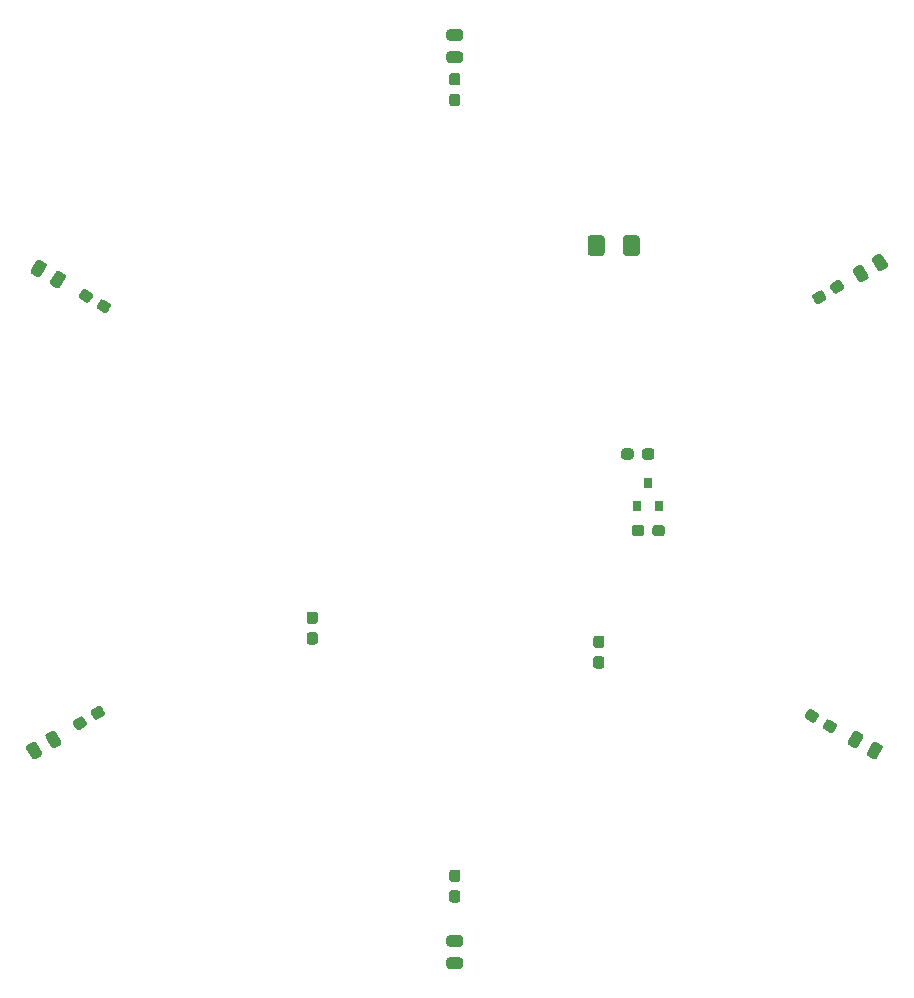
<source format=gbr>
G04 #@! TF.GenerationSoftware,KiCad,Pcbnew,(5.1.10)-1*
G04 #@! TF.CreationDate,2021-05-30T11:34:14-07:00*
G04 #@! TF.ProjectId,snowstake,736e6f77-7374-4616-9b65-2e6b69636164,0.1*
G04 #@! TF.SameCoordinates,Original*
G04 #@! TF.FileFunction,Paste,Top*
G04 #@! TF.FilePolarity,Positive*
%FSLAX46Y46*%
G04 Gerber Fmt 4.6, Leading zero omitted, Abs format (unit mm)*
G04 Created by KiCad (PCBNEW (5.1.10)-1) date 2021-05-30 11:34:14*
%MOMM*%
%LPD*%
G01*
G04 APERTURE LIST*
%ADD10R,0.800000X0.900000*%
G04 APERTURE END LIST*
G36*
G01*
X219044000Y-148065500D02*
X219044000Y-147590500D01*
G75*
G02*
X219281500Y-147353000I237500J0D01*
G01*
X219856500Y-147353000D01*
G75*
G02*
X220094000Y-147590500I0J-237500D01*
G01*
X220094000Y-148065500D01*
G75*
G02*
X219856500Y-148303000I-237500J0D01*
G01*
X219281500Y-148303000D01*
G75*
G02*
X219044000Y-148065500I0J237500D01*
G01*
G37*
G36*
G01*
X217294000Y-148065500D02*
X217294000Y-147590500D01*
G75*
G02*
X217531500Y-147353000I237500J0D01*
G01*
X218106500Y-147353000D01*
G75*
G02*
X218344000Y-147590500I0J-237500D01*
G01*
X218344000Y-148065500D01*
G75*
G02*
X218106500Y-148303000I-237500J0D01*
G01*
X217531500Y-148303000D01*
G75*
G02*
X217294000Y-148065500I0J237500D01*
G01*
G37*
G36*
G01*
X234372359Y-170814681D02*
X234609859Y-170403319D01*
G75*
G02*
X234934290Y-170316388I205681J-118750D01*
G01*
X235432254Y-170603888D01*
G75*
G02*
X235519185Y-170928319I-118750J-205681D01*
G01*
X235281685Y-171339681D01*
G75*
G02*
X234957254Y-171426612I-205681J118750D01*
G01*
X234459290Y-171139112D01*
G75*
G02*
X234372359Y-170814681I118750J205681D01*
G01*
G37*
G36*
G01*
X232856815Y-169939681D02*
X233094315Y-169528319D01*
G75*
G02*
X233418746Y-169441388I205681J-118750D01*
G01*
X233916710Y-169728888D01*
G75*
G02*
X234003641Y-170053319I-118750J-205681D01*
G01*
X233766141Y-170464681D01*
G75*
G02*
X233441710Y-170551612I-205681J118750D01*
G01*
X232943746Y-170264112D01*
G75*
G02*
X232856815Y-169939681I118750J205681D01*
G01*
G37*
G36*
G01*
X202962500Y-184754000D02*
X203437500Y-184754000D01*
G75*
G02*
X203675000Y-184991500I0J-237500D01*
G01*
X203675000Y-185566500D01*
G75*
G02*
X203437500Y-185804000I-237500J0D01*
G01*
X202962500Y-185804000D01*
G75*
G02*
X202725000Y-185566500I0J237500D01*
G01*
X202725000Y-184991500D01*
G75*
G02*
X202962500Y-184754000I237500J0D01*
G01*
G37*
G36*
G01*
X202962500Y-183004000D02*
X203437500Y-183004000D01*
G75*
G02*
X203675000Y-183241500I0J-237500D01*
G01*
X203675000Y-183816500D01*
G75*
G02*
X203437500Y-184054000I-237500J0D01*
G01*
X202962500Y-184054000D01*
G75*
G02*
X202725000Y-183816500I0J237500D01*
G01*
X202725000Y-183241500D01*
G75*
G02*
X202962500Y-183004000I237500J0D01*
G01*
G37*
G36*
G01*
X219933000Y-154542500D02*
X219933000Y-154067500D01*
G75*
G02*
X220170500Y-153830000I237500J0D01*
G01*
X220745500Y-153830000D01*
G75*
G02*
X220983000Y-154067500I0J-237500D01*
G01*
X220983000Y-154542500D01*
G75*
G02*
X220745500Y-154780000I-237500J0D01*
G01*
X220170500Y-154780000D01*
G75*
G02*
X219933000Y-154542500I0J237500D01*
G01*
G37*
G36*
G01*
X218183000Y-154542500D02*
X218183000Y-154067500D01*
G75*
G02*
X218420500Y-153830000I237500J0D01*
G01*
X218995500Y-153830000D01*
G75*
G02*
X219233000Y-154067500I0J-237500D01*
G01*
X219233000Y-154542500D01*
G75*
G02*
X218995500Y-154780000I-237500J0D01*
G01*
X218420500Y-154780000D01*
G75*
G02*
X218183000Y-154542500I0J237500D01*
G01*
G37*
G36*
G01*
X171790141Y-170149319D02*
X172027641Y-170560681D01*
G75*
G02*
X171940710Y-170885112I-205681J-118750D01*
G01*
X171442746Y-171172612D01*
G75*
G02*
X171118315Y-171085681I-118750J205681D01*
G01*
X170880815Y-170674319D01*
G75*
G02*
X170967746Y-170349888I205681J118750D01*
G01*
X171465710Y-170062388D01*
G75*
G02*
X171790141Y-170149319I118750J-205681D01*
G01*
G37*
G36*
G01*
X173305685Y-169274319D02*
X173543185Y-169685681D01*
G75*
G02*
X173456254Y-170010112I-205681J-118750D01*
G01*
X172958290Y-170297612D01*
G75*
G02*
X172633859Y-170210681I-118750J205681D01*
G01*
X172396359Y-169799319D01*
G75*
G02*
X172483290Y-169474888I205681J118750D01*
G01*
X172981254Y-169187388D01*
G75*
G02*
X173305685Y-169274319I118750J-205681D01*
G01*
G37*
G36*
G01*
X172535641Y-134493319D02*
X172298141Y-134904681D01*
G75*
G02*
X171973710Y-134991612I-205681J118750D01*
G01*
X171475746Y-134704112D01*
G75*
G02*
X171388815Y-134379681I118750J205681D01*
G01*
X171626315Y-133968319D01*
G75*
G02*
X171950746Y-133881388I205681J-118750D01*
G01*
X172448710Y-134168888D01*
G75*
G02*
X172535641Y-134493319I-118750J-205681D01*
G01*
G37*
G36*
G01*
X174051185Y-135368319D02*
X173813685Y-135779681D01*
G75*
G02*
X173489254Y-135866612I-205681J118750D01*
G01*
X172991290Y-135579112D01*
G75*
G02*
X172904359Y-135254681I118750J205681D01*
G01*
X173141859Y-134843319D01*
G75*
G02*
X173466290Y-134756388I205681J-118750D01*
G01*
X173964254Y-135043888D01*
G75*
G02*
X174051185Y-135368319I-118750J-205681D01*
G01*
G37*
G36*
G01*
X203437500Y-116617000D02*
X202962500Y-116617000D01*
G75*
G02*
X202725000Y-116379500I0J237500D01*
G01*
X202725000Y-115804500D01*
G75*
G02*
X202962500Y-115567000I237500J0D01*
G01*
X203437500Y-115567000D01*
G75*
G02*
X203675000Y-115804500I0J-237500D01*
G01*
X203675000Y-116379500D01*
G75*
G02*
X203437500Y-116617000I-237500J0D01*
G01*
G37*
G36*
G01*
X203437500Y-118367000D02*
X202962500Y-118367000D01*
G75*
G02*
X202725000Y-118129500I0J237500D01*
G01*
X202725000Y-117554500D01*
G75*
G02*
X202962500Y-117317000I237500J0D01*
G01*
X203437500Y-117317000D01*
G75*
G02*
X203675000Y-117554500I0J-237500D01*
G01*
X203675000Y-118129500D01*
G75*
G02*
X203437500Y-118367000I-237500J0D01*
G01*
G37*
G36*
G01*
X235244859Y-134142681D02*
X235007359Y-133731319D01*
G75*
G02*
X235094290Y-133406888I205681J118750D01*
G01*
X235592254Y-133119388D01*
G75*
G02*
X235916685Y-133206319I118750J-205681D01*
G01*
X236154185Y-133617681D01*
G75*
G02*
X236067254Y-133942112I-205681J-118750D01*
G01*
X235569290Y-134229612D01*
G75*
G02*
X235244859Y-134142681I-118750J205681D01*
G01*
G37*
G36*
G01*
X233729315Y-135017681D02*
X233491815Y-134606319D01*
G75*
G02*
X233578746Y-134281888I205681J118750D01*
G01*
X234076710Y-133994388D01*
G75*
G02*
X234401141Y-134081319I118750J-205681D01*
G01*
X234638641Y-134492681D01*
G75*
G02*
X234551710Y-134817112I-205681J-118750D01*
G01*
X234053746Y-135104612D01*
G75*
G02*
X233729315Y-135017681I-118750J205681D01*
G01*
G37*
D10*
X219583000Y-150257000D03*
X220533000Y-152257000D03*
X218633000Y-152257000D03*
G36*
G01*
X237786515Y-171845876D02*
X237330265Y-172636124D01*
G75*
G02*
X236997296Y-172725343I-211094J121875D01*
G01*
X236575108Y-172481593D01*
G75*
G02*
X236485889Y-172148624I121875J211094D01*
G01*
X236942139Y-171358376D01*
G75*
G02*
X237275108Y-171269157I211094J-121875D01*
G01*
X237697296Y-171512907D01*
G75*
G02*
X237786515Y-171845876I-121875J-211094D01*
G01*
G37*
G36*
G01*
X239410313Y-172783376D02*
X238954063Y-173573624D01*
G75*
G02*
X238621094Y-173662843I-211094J121875D01*
G01*
X238198906Y-173419093D01*
G75*
G02*
X238109687Y-173086124I121875J211094D01*
G01*
X238565937Y-172295876D01*
G75*
G02*
X238898906Y-172206657I211094J-121875D01*
G01*
X239321094Y-172450407D01*
G75*
G02*
X239410313Y-172783376I-121875J-211094D01*
G01*
G37*
G36*
G01*
X203656250Y-189542000D02*
X202743750Y-189542000D01*
G75*
G02*
X202500000Y-189298250I0J243750D01*
G01*
X202500000Y-188810750D01*
G75*
G02*
X202743750Y-188567000I243750J0D01*
G01*
X203656250Y-188567000D01*
G75*
G02*
X203900000Y-188810750I0J-243750D01*
G01*
X203900000Y-189298250D01*
G75*
G02*
X203656250Y-189542000I-243750J0D01*
G01*
G37*
G36*
G01*
X203656250Y-191417000D02*
X202743750Y-191417000D01*
G75*
G02*
X202500000Y-191173250I0J243750D01*
G01*
X202500000Y-190685750D01*
G75*
G02*
X202743750Y-190442000I243750J0D01*
G01*
X203656250Y-190442000D01*
G75*
G02*
X203900000Y-190685750I0J-243750D01*
G01*
X203900000Y-191173250D01*
G75*
G02*
X203656250Y-191417000I-243750J0D01*
G01*
G37*
G36*
G01*
X169019836Y-172636124D02*
X168563586Y-171845876D01*
G75*
G02*
X168652805Y-171512907I211094J121875D01*
G01*
X169074993Y-171269157D01*
G75*
G02*
X169407962Y-171358376I121875J-211094D01*
G01*
X169864212Y-172148624D01*
G75*
G02*
X169774993Y-172481593I-211094J-121875D01*
G01*
X169352805Y-172725343D01*
G75*
G02*
X169019836Y-172636124I-121875J211094D01*
G01*
G37*
G36*
G01*
X167396038Y-173573624D02*
X166939788Y-172783376D01*
G75*
G02*
X167029007Y-172450407I211094J121875D01*
G01*
X167451195Y-172206657D01*
G75*
G02*
X167784164Y-172295876I121875J-211094D01*
G01*
X168240414Y-173086124D01*
G75*
G02*
X168151195Y-173419093I-211094J-121875D01*
G01*
X167729007Y-173662843D01*
G75*
G02*
X167396038Y-173573624I-121875J211094D01*
G01*
G37*
G36*
G01*
X168944586Y-133208124D02*
X169400836Y-132417876D01*
G75*
G02*
X169733805Y-132328657I211094J-121875D01*
G01*
X170155993Y-132572407D01*
G75*
G02*
X170245212Y-132905376I-121875J-211094D01*
G01*
X169788962Y-133695624D01*
G75*
G02*
X169455993Y-133784843I-211094J121875D01*
G01*
X169033805Y-133541093D01*
G75*
G02*
X168944586Y-133208124I121875J211094D01*
G01*
G37*
G36*
G01*
X167320788Y-132270624D02*
X167777038Y-131480376D01*
G75*
G02*
X168110007Y-131391157I211094J-121875D01*
G01*
X168532195Y-131634907D01*
G75*
G02*
X168621414Y-131967876I-121875J-211094D01*
G01*
X168165164Y-132758124D01*
G75*
G02*
X167832195Y-132847343I-211094J121875D01*
G01*
X167410007Y-132603593D01*
G75*
G02*
X167320788Y-132270624I121875J211094D01*
G01*
G37*
G36*
G01*
X202743750Y-113734000D02*
X203656250Y-113734000D01*
G75*
G02*
X203900000Y-113977750I0J-243750D01*
G01*
X203900000Y-114465250D01*
G75*
G02*
X203656250Y-114709000I-243750J0D01*
G01*
X202743750Y-114709000D01*
G75*
G02*
X202500000Y-114465250I0J243750D01*
G01*
X202500000Y-113977750D01*
G75*
G02*
X202743750Y-113734000I243750J0D01*
G01*
G37*
G36*
G01*
X202743750Y-111859000D02*
X203656250Y-111859000D01*
G75*
G02*
X203900000Y-112102750I0J-243750D01*
G01*
X203900000Y-112590250D01*
G75*
G02*
X203656250Y-112834000I-243750J0D01*
G01*
X202743750Y-112834000D01*
G75*
G02*
X202500000Y-112590250I0J243750D01*
G01*
X202500000Y-112102750D01*
G75*
G02*
X202743750Y-111859000I243750J0D01*
G01*
G37*
G36*
G01*
X237761164Y-131909876D02*
X238217414Y-132700124D01*
G75*
G02*
X238128195Y-133033093I-211094J-121875D01*
G01*
X237706007Y-133276843D01*
G75*
G02*
X237373038Y-133187624I-121875J211094D01*
G01*
X236916788Y-132397376D01*
G75*
G02*
X237006007Y-132064407I211094J121875D01*
G01*
X237428195Y-131820657D01*
G75*
G02*
X237761164Y-131909876I121875J-211094D01*
G01*
G37*
G36*
G01*
X239384962Y-130972376D02*
X239841212Y-131762624D01*
G75*
G02*
X239751993Y-132095593I-211094J-121875D01*
G01*
X239329805Y-132339343D01*
G75*
G02*
X238996836Y-132250124I-121875J211094D01*
G01*
X238540586Y-131459876D01*
G75*
G02*
X238629805Y-131126907I211094J121875D01*
G01*
X239051993Y-130883157D01*
G75*
G02*
X239384962Y-130972376I121875J-211094D01*
G01*
G37*
G36*
G01*
X217437000Y-130800000D02*
X217437000Y-129550000D01*
G75*
G02*
X217687000Y-129300000I250000J0D01*
G01*
X218612000Y-129300000D01*
G75*
G02*
X218862000Y-129550000I0J-250000D01*
G01*
X218862000Y-130800000D01*
G75*
G02*
X218612000Y-131050000I-250000J0D01*
G01*
X217687000Y-131050000D01*
G75*
G02*
X217437000Y-130800000I0J250000D01*
G01*
G37*
G36*
G01*
X214462000Y-130800000D02*
X214462000Y-129550000D01*
G75*
G02*
X214712000Y-129300000I250000J0D01*
G01*
X215637000Y-129300000D01*
G75*
G02*
X215887000Y-129550000I0J-250000D01*
G01*
X215887000Y-130800000D01*
G75*
G02*
X215637000Y-131050000I-250000J0D01*
G01*
X214712000Y-131050000D01*
G75*
G02*
X214462000Y-130800000I0J250000D01*
G01*
G37*
G36*
G01*
X190897500Y-162910000D02*
X191372500Y-162910000D01*
G75*
G02*
X191610000Y-163147500I0J-237500D01*
G01*
X191610000Y-163722500D01*
G75*
G02*
X191372500Y-163960000I-237500J0D01*
G01*
X190897500Y-163960000D01*
G75*
G02*
X190660000Y-163722500I0J237500D01*
G01*
X190660000Y-163147500D01*
G75*
G02*
X190897500Y-162910000I237500J0D01*
G01*
G37*
G36*
G01*
X190897500Y-161160000D02*
X191372500Y-161160000D01*
G75*
G02*
X191610000Y-161397500I0J-237500D01*
G01*
X191610000Y-161972500D01*
G75*
G02*
X191372500Y-162210000I-237500J0D01*
G01*
X190897500Y-162210000D01*
G75*
G02*
X190660000Y-161972500I0J237500D01*
G01*
X190660000Y-161397500D01*
G75*
G02*
X190897500Y-161160000I237500J0D01*
G01*
G37*
G36*
G01*
X215629500Y-164242000D02*
X215154500Y-164242000D01*
G75*
G02*
X214917000Y-164004500I0J237500D01*
G01*
X214917000Y-163429500D01*
G75*
G02*
X215154500Y-163192000I237500J0D01*
G01*
X215629500Y-163192000D01*
G75*
G02*
X215867000Y-163429500I0J-237500D01*
G01*
X215867000Y-164004500D01*
G75*
G02*
X215629500Y-164242000I-237500J0D01*
G01*
G37*
G36*
G01*
X215629500Y-165992000D02*
X215154500Y-165992000D01*
G75*
G02*
X214917000Y-165754500I0J237500D01*
G01*
X214917000Y-165179500D01*
G75*
G02*
X215154500Y-164942000I237500J0D01*
G01*
X215629500Y-164942000D01*
G75*
G02*
X215867000Y-165179500I0J-237500D01*
G01*
X215867000Y-165754500D01*
G75*
G02*
X215629500Y-165992000I-237500J0D01*
G01*
G37*
M02*

</source>
